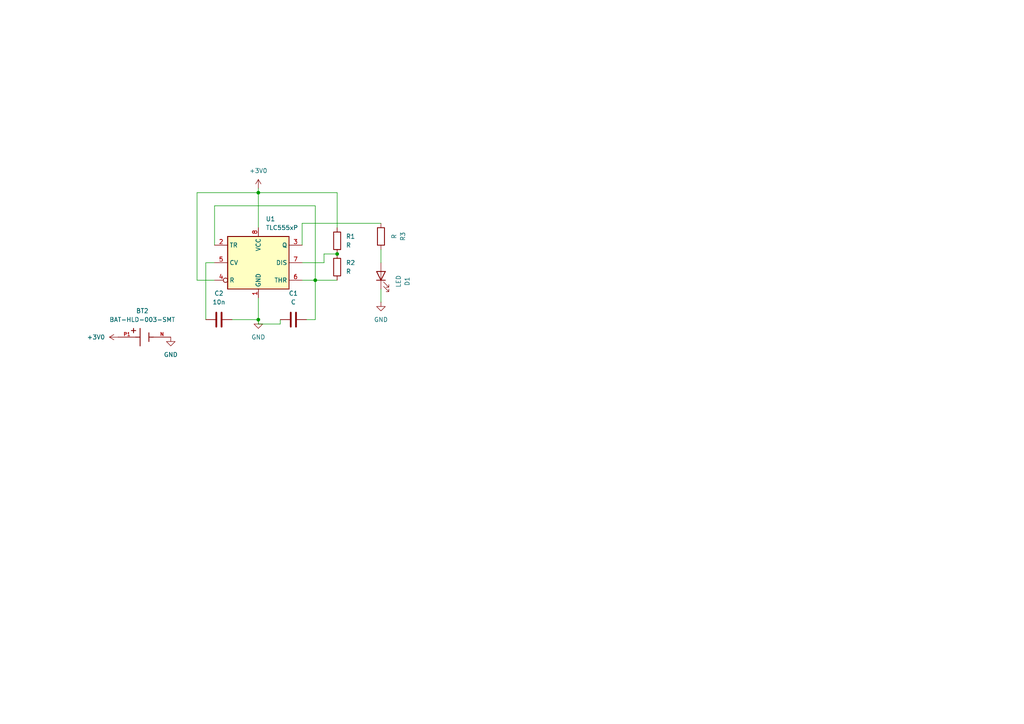
<source format=kicad_sch>
(kicad_sch (version 20250114) (generator "eeschema") (generator_version "9.0")
  (paper "A4")
  (lib_symbols
    (symbol "BAT-HLD-003-SMT:BAT-HLD-003-SMT" (pin_names (offset 1.016))
      (property "Reference" "BT" (at -3.81 3.81 0))
      (property "Value" "BAT-HLD-003-SMT" (at -3.81 -5.08 0))
      (symbol "BAT-HLD-003-SMT_0_0"
        (polyline (pts (xy -3.81 1.905) (xy -2.54 1.905)) (stroke (width 0.254)))
        (polyline (pts (xy -3.175 2.54) (xy -3.175 1.27)) (stroke (width 0.254)))
        (polyline (pts (xy -1.27 2.54) (xy -1.27 0)) (stroke (width 0.254)))
        (polyline (pts (xy -1.27 0) (xy -2.54 0)) (stroke (width 0.254)))
        (polyline (pts (xy -1.27 0) (xy -1.27 -2.54)) (stroke (width 0.254)))
        (polyline (pts (xy 1.27 1.27) (xy 1.27 0)) (stroke (width 0.254)))
        (polyline (pts (xy 1.27 0) (xy 1.27 -1.27)) (stroke (width 0.254)))
        (polyline (pts (xy 1.27 0) (xy 2.54 0)) (stroke (width 0.254)))
        (pin passive line (at -7.62 0 0) (length 5.08) (name "~") (number "P1"))
        (pin passive line (at -7.62 0 0) (length 5.08) (hide yes) (name "~") (number "P2"))
        (pin passive line (at 7.62 0 180) (length 5.08) (name "~") (number "N"))
      )
    )
    (symbol "Device:C" (pin_numbers (hide yes)) (pin_names (offset 0.254))
      (property "Reference" "C" (at 0.635 2.54 0))
      (property "Value" "C" (at 0.635 -2.54 0))
      (symbol "C_0_1"
        (polyline (pts (xy -2.032 0.762) (xy 2.032 0.762)) (stroke (width 0.508)))
        (polyline (pts (xy -2.032 -0.762) (xy 2.032 -0.762)) (stroke (width 0.508)))
      )
      (symbol "C_1_1"
        (pin passive line (at 0 3.81 270) (length 2.794) (name "~") (number "1"))
        (pin passive line (at 0 -3.81 90) (length 2.794) (name "~") (number "2"))
      )
    )
    (symbol "Device:LED" (pin_numbers (hide yes)) (pin_names (offset 1.016) (hide yes))
      (property "Reference" "D" (at 0 2.54 0))
      (property "Value" "LED" (at 0 -2.54 0))
      (symbol "LED_0_1"
        (polyline (pts (xy -3.048 -0.762) (xy -4.572 -2.286) (xy -3.81 -2.286) (xy -4.572 -2.286) (xy -4.572 -1.524)))
        (polyline (pts (xy -1.778 -0.762) (xy -3.302 -2.286) (xy -2.54 -2.286) (xy -3.302 -2.286) (xy -3.302 -1.524)))
        (polyline (pts (xy -1.27 0) (xy 1.27 0)))
        (polyline (pts (xy -1.27 -1.27) (xy -1.27 1.27)) (stroke (width 0.254)))
        (polyline (pts (xy 1.27 -1.27) (xy 1.27 1.27) (xy -1.27 0) (xy 1.27 -1.27)) (stroke (width 0.254)))
      )
      (symbol "LED_1_1"
        (pin passive line (at -3.81 0 0) (length 2.54) (name "K") (number "1"))
        (pin passive line (at 3.81 0 180) (length 2.54) (name "A") (number "2"))
      )
    )
    (symbol "Device:R" (pin_numbers (hide yes)) (pin_names (offset 0))
      (property "Reference" "R" (at 2.032 0 90))
      (property "Value" "R" (at 0 0 90))
      (symbol "R_0_1"
        (rectangle (start -1.016 -2.54) (end 1.016 2.54) (stroke (width 0.254)))
      )
      (symbol "R_1_1"
        (pin passive line (at 0 3.81 270) (length 1.27) (name "~") (number "1"))
        (pin passive line (at 0 -3.81 90) (length 1.27) (name "~") (number "2"))
      )
    )
    (symbol "Timer:TLC555xP"
      (property "Reference" "U" (at -10.16 8.89 0))
      (property "Value" "TLC555xP" (at 2.54 8.89 0))
      (symbol "TLC555xP_0_0"
        (pin power_in line (at 0 10.16 270) (length 2.54) (name "VCC") (number "8"))
        (pin power_in line (at 0 -10.16 90) (length 2.54) (name "GND") (number "1"))
      )
      (symbol "TLC555xP_0_1"
        (rectangle (start -8.89 -7.62) (end 8.89 7.62) (stroke (width 0.254)) (fill (type background)))
        (rectangle (start -8.89 -7.62) (end 8.89 7.62) (stroke (width 0.254)) (fill (type background)))
      )
      (symbol "TLC555xP_1_1"
        (pin input line (at -12.7 5.08 0) (length 3.81) (name "TR") (number "2"))
        (pin input line (at -12.7 0 0) (length 3.81) (name "CV") (number "5"))
        (pin input inverted (at -12.7 -5.08 0) (length 3.81) (name "R") (number "4"))
        (pin output line (at 12.7 5.08 180) (length 3.81) (name "Q") (number "3"))
        (pin input line (at 12.7 0 180) (length 3.81) (name "DIS") (number "7"))
        (pin input line (at 12.7 -5.08 180) (length 3.81) (name "THR") (number "6"))
      )
    )
    (symbol "power:+3V0" (power) (pin_numbers (hide yes)) (pin_names (offset 0) (hide yes))
      (property "Value" "+3V0" (at 0 3.556 0))
      (symbol "+3V0_0_1"
        (polyline (pts (xy -0.762 1.27) (xy 0 2.54)))
        (polyline (pts (xy 0 2.54) (xy 0.762 1.27)))
        (polyline (pts (xy 0 0) (xy 0 2.54)))
      )
      (symbol "+3V0_1_1"
        (pin power_in line (at 0 0 90) (length 0) (name "~") (number "1"))
      )
    )
    (symbol "power:GND" (power) (pin_numbers (hide yes)) (pin_names (offset 0) (hide yes))
      (property "Value" "GND" (at 0 -3.81 0))
      (symbol "GND_0_1"
        (polyline (pts (xy 0 0) (xy 0 -1.27) (xy 1.27 -1.27) (xy 0 -2.54) (xy -1.27 -1.27) (xy 0 -1.27)))
      )
      (symbol "GND_1_1"
        (pin power_in line (at 0 0 270) (length 0) (name "~") (number "1"))
      )
    )
  )
  (junction (at 91.44 81.28))
  (junction (at 74.93 55.88))
  (junction (at 97.79 73.66))
  (junction (at 74.93 92.71))
  (wire (pts (xy 91.44 59.69) (xy 91.44 81.28)))
  (wire (pts (xy 62.23 59.69) (xy 91.44 59.69)))
  (wire (pts (xy 88.9 92.71) (xy 91.44 92.71)))
  (wire (pts (xy 57.15 55.88) (xy 57.15 81.28)))
  (wire (pts (xy 74.93 55.88) (xy 57.15 55.88)))
  (wire (pts (xy 87.63 76.2) (xy 93.98 76.2)))
  (wire (pts (xy 97.79 66.04) (xy 97.79 55.88)))
  (wire (pts (xy 59.69 76.2) (xy 62.23 76.2)))
  (wire (pts (xy 91.44 81.28) (xy 87.63 81.28)))
  (wire (pts (xy 59.69 92.71) (xy 59.69 76.2)))
  (wire (pts (xy 74.93 93.98) (xy 74.93 92.71)))
  (wire (pts (xy 74.93 54.61) (xy 74.93 55.88)))
  (wire (pts (xy 91.44 81.28) (xy 97.79 81.28)))
  (wire (pts (xy 87.63 64.77) (xy 110.49 64.77)))
  (wire (pts (xy 74.93 55.88) (xy 74.93 66.04)))
  (wire (pts (xy 57.15 81.28) (xy 62.23 81.28)))
  (wire (pts (xy 110.49 83.82) (xy 110.49 87.63)))
  (wire (pts (xy 81.28 93.98) (xy 74.93 93.98)))
  (wire (pts (xy 87.63 71.12) (xy 87.63 64.77)))
  (wire (pts (xy 81.28 93.98) (xy 81.28 92.71)))
  (wire (pts (xy 93.98 73.66) (xy 97.79 73.66)))
  (wire (pts (xy 74.93 86.36) (xy 74.93 92.71)))
  (wire (pts (xy 91.44 81.28) (xy 91.44 92.71)))
  (wire (pts (xy 110.49 72.39) (xy 110.49 76.2)))
  (wire (pts (xy 93.98 76.2) (xy 93.98 73.66)))
  (wire (pts (xy 97.79 55.88) (xy 74.93 55.88)))
  (wire (pts (xy 62.23 71.12) (xy 62.23 59.69)))
  (wire (pts (xy 67.31 92.71) (xy 74.93 92.71)))
  (symbol (lib_id "power:GND") (at 74.93 92.71 0) (unit 1)
    (property "Reference" "#PWR02" (effects (hide yes)))
    (property "Value" "GND" (at 74.93 97.79 0))
    (property "Description" "Power symbol creates a global label with name \"GND\" , ground" (effects (hide yes)))
  )
  (symbol (lib_id "power:+3V0") (at 74.93 54.61 0) (unit 1)
    (property "Reference" "#PWR01" (effects (hide yes)))
    (property "Value" "+3V0" (at 74.93 49.53 0))
    (property "Description" "Power symbol creates a global label with name \"+3V0\"" (effects (hide yes)))
  )
  (symbol (lib_id "power:GND") (at 110.49 87.63 0) (unit 1)
    (property "Reference" "#PWR03" (effects (hide yes)))
    (property "Value" "GND" (at 110.49 92.71 0))
    (property "Description" "Power symbol creates a global label with name \"GND\" , ground" (effects (hide yes)))
  )
  (symbol (lib_id "Timer:TLC555xP") (at 74.93 76.2 0) (unit 1)
    (property "Reference" "U1" (at 77.0733 63.5 0) (effects (justify left)))
    (property "Value" "TLC555xP" (at 77.0733 66.04 0) (effects (justify left)))
    (property "Footprint" "Package_DIP:DIP-8_W7.62mm" (effects (hide yes)))
    (property "Datasheet" "http://www.ti.com/lit/ds/symlink/tlc555.pdf" (effects (hide yes)))
    (property "Description" "Single LinCMOS Timer, 555 compatible, PDIP-8" (effects (hide yes)))
  )
  (symbol (lib_id "Device:C") (at 85.09 92.71 90) (unit 1)
    (property "Reference" "C1" (at 85.09 85.09 90))
    (property "Value" "C" (at 85.09 87.63 90))
    (property "Footprint" "Capacitor_THT:C_Disc_D6.0mm_W4.4mm_P5.00mm" (effects (hide yes)))
    (property "Description" "Unpolarized capacitor" (effects (hide yes)))
  )
  (symbol (lib_id "power:+3V0") (at 34.29 97.79 90) (unit 1)
    (property "Reference" "#PWR05" (effects (hide yes)))
    (property "Value" "+3V0" (at 30.48 97.7899 90) (effects (justify left)))
    (property "Description" "Power symbol creates a global label with name \"+3V0\"" (effects (hide yes)))
  )
  (symbol (lib_id "Device:C") (at 63.5 92.71 90) (unit 1)
    (property "Reference" "C2" (at 63.5 85.09 90))
    (property "Value" "10n" (at 63.5 87.63 90))
    (property "Footprint" "Capacitor_THT:C_Disc_D6.0mm_W4.4mm_P5.00mm" (effects (hide yes)))
    (property "Description" "Unpolarized capacitor" (effects (hide yes)))
  )
  (symbol (lib_id "Device:LED") (at 110.49 80.01 90) (unit 1)
    (property "Reference" "D1" (at 118.11 81.5975 0))
    (property "Value" "LED" (at 115.57 81.5975 0))
    (property "Footprint" "LED_THT:LED_D1.8mm_W3.3mm_H2.4mm" (effects (hide yes)))
    (property "Description" "Light emitting diode" (effects (hide yes)))
    (property "Sim.Pins" "1=K 2=A" (effects (hide yes)))
  )
  (symbol (lib_id "BAT-HLD-003-SMT:BAT-HLD-003-SMT") (at 41.91 97.79 0) (unit 1)
    (property "Reference" "BT2" (at 41.275 90.17 0))
    (property "Value" "BAT-HLD-003-SMT" (at 41.275 92.71 0))
    (property "Footprint" "BAT-HLD-003-SMT:BAT_BAT-HLD-003-SMT" (effects (hide yes)))
    (property "DigiKey_Part_Number" "343-BAT-HLD-003-SMT-ND" (effects (hide yes)))
    (property "SnapEDA_Link" "https://www.snapeda.com/parts/BAT-HLD-003-SMT/TE+Connectivity/view-part/?ref=snap" (effects (hide yes)))
    (property "Check_prices" "https://www.snapeda.com/parts/BAT-HLD-003-SMT/TE+Connectivity/view-part/?ref=eda" (effects (hide yes)))
    (property "Package" "None" (effects (hide yes)))
    (property "Price" "None" (effects (hide yes)))
    (property "MF" "TE Connectivity" (effects (hide yes)))
    (property "MP" "BAT-HLD-003-SMT" (effects (hide yes)))
    (property "Purchase-URL" "https://www.snapeda.com/api/url_track_click_mouser/?unipart_id=6393643&manufacturer=Linx Technologies Inc.&part_name=BAT-HLD-003-SMT&search_term=None" (effects (hide yes)))
    (property "Availability" "In Stock" (effects (hide yes)))
    (property "Description_1" "Battery Holder Coin 20 SMT Nickel" (effects (hide yes)))
  )
  (symbol (lib_id "Device:R") (at 110.49 68.58 180) (unit 1)
    (property "Reference" "R3" (at 116.84 68.58 90))
    (property "Value" "R" (at 114.3 68.58 90))
    (property "Footprint" "Resistor_THT:R_Axial_DIN0207_L6.3mm_D2.5mm_P7.62mm_Horizontal" (effects (hide yes)))
    (property "Description" "Resistor" (effects (hide yes)))
  )
  (symbol (lib_id "Device:R") (at 97.79 69.85 0) (unit 1)
    (property "Reference" "R1" (at 100.33 68.5799 0) (effects (justify left)))
    (property "Value" "R" (at 100.33 71.1199 0) (effects (justify left)))
    (property "Footprint" "Resistor_THT:R_Axial_DIN0207_L6.3mm_D2.5mm_P7.62mm_Horizontal" (effects (hide yes)))
    (property "Description" "Resistor" (effects (hide yes)))
  )
  (symbol (lib_id "Device:R") (at 97.79 77.47 0) (unit 1)
    (property "Reference" "R2" (at 100.33 76.1999 0) (effects (justify left)))
    (property "Value" "R" (at 100.33 78.7399 0) (effects (justify left)))
    (property "Footprint" "Resistor_THT:R_Axial_DIN0207_L6.3mm_D2.5mm_P7.62mm_Horizontal" (effects (hide yes)))
    (property "Description" "Resistor" (effects (hide yes)))
  )
  (symbol (lib_id "power:GND") (at 49.53 97.79 0) (unit 1)
    (property "Reference" "#PWR04" (effects (hide yes)))
    (property "Value" "GND" (at 49.53 102.87 0))
    (property "Description" "Power symbol creates a global label with name \"GND\" , ground" (effects (hide yes)))
  )
)
</source>
